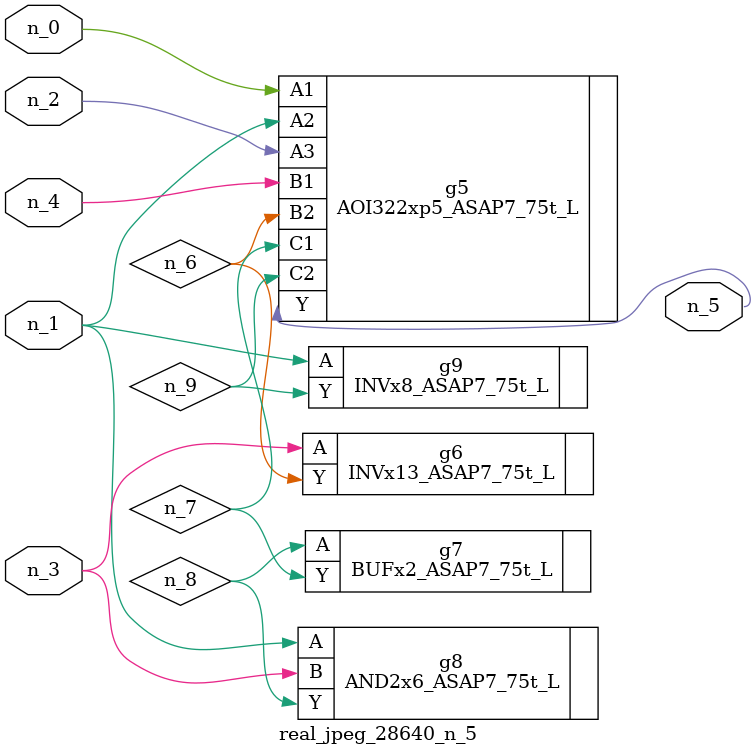
<source format=v>
module real_jpeg_28640_n_5 (n_4, n_0, n_1, n_2, n_3, n_5);

input n_4;
input n_0;
input n_1;
input n_2;
input n_3;

output n_5;

wire n_8;
wire n_6;
wire n_7;
wire n_9;

AOI322xp5_ASAP7_75t_L g5 ( 
.A1(n_0),
.A2(n_1),
.A3(n_2),
.B1(n_4),
.B2(n_6),
.C1(n_7),
.C2(n_9),
.Y(n_5)
);

AND2x6_ASAP7_75t_L g8 ( 
.A(n_1),
.B(n_3),
.Y(n_8)
);

INVx8_ASAP7_75t_L g9 ( 
.A(n_1),
.Y(n_9)
);

INVx13_ASAP7_75t_L g6 ( 
.A(n_3),
.Y(n_6)
);

BUFx2_ASAP7_75t_L g7 ( 
.A(n_8),
.Y(n_7)
);


endmodule
</source>
